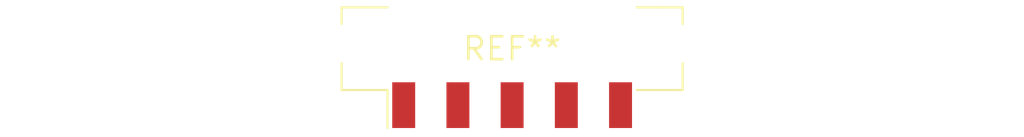
<source format=kicad_pcb>
(kicad_pcb (version 20240108) (generator pcbnew)
  (layers (0 "F.Cu" signal) (31 "B.Cu" signal) (34 "B.Paste" user) (35 "F.Paste" user) (36 "B.SilkS" user "B.Silkscreen") (37 "F.SilkS" user "F.Silkscreen") (38 "B.Mask" user) (39 "F.Mask" user) (44 "Edge.Cuts" user))
  (net 0 "")
  (footprint "Molex_Micro-Fit_3.0_43650-0521_1x05_P3.00mm_Vertical" (layer "F.Cu") (at 0 0)
    (property "Reference" "REF**")
    (property "Value" "Molex_Micro-Fit_3.0_43650-0521_1x05_P3.00mm_Vertical")
    (fp_line (start -9.435 -2.295) (end -8.015 -2.295) (layer "F.SilkS") (stroke (width 0.12)))
    (fp_line (start -9.435 -1.37) (end -9.435 -2.295) (layer "F.SilkS") (stroke (width 0.12)))
    (fp_line (start -9.435 0.8) (end -9.435 2.295) (layer "F.SilkS") (stroke (width 0.12)))
    (fp_line (start -9.435 2.295) (end -6.895 2.295) (layer "F.SilkS") (stroke (width 0.12)))
    (fp_line (start -8.015 -2.295) (end -8.015 -2.295) (layer "F.SilkS") (stroke (width 0.12)))
    (fp_line (start -8.015 -2.295) (end -6.895 -2.295) (layer "F.SilkS") (stroke (width 0.12)))
    (fp_line (start -6.895 2.295) (end -6.895 4.405) (layer "F.SilkS") (stroke (width 0.12)))
    (fp_line (start 8.015 -2.295) (end 6.895 -2.295) (layer "F.SilkS") (stroke (width 0.12)))
    (fp_line (start 8.015 -2.295) (end 8.015 -2.295) (layer "F.SilkS") (stroke (width 0.12)))
    (fp_line (start 9.435 -2.295) (end 8.015 -2.295) (layer "F.SilkS") (stroke (width 0.12)))
    (fp_line (start 9.435 -1.37) (end 9.435 -2.295) (layer "F.SilkS") (stroke (width 0.12)))
    (fp_line (start 9.435 0.8) (end 9.435 2.295) (layer "F.SilkS") (stroke (width 0.12)))
    (fp_line (start 9.435 2.295) (end 6.895 2.295) (layer "F.SilkS") (stroke (width 0.12)))
    (pad "" np_thru_hole circle (at -8.15 -0.285) (size 2.41 2.41) (drill 2.41) (layers *.Cu *.Mask))
    (pad "" np_thru_hole circle (at 8.15 -0.285) (size 2.41 2.41) (drill 2.41) (layers *.Cu *.Mask))
    (pad "1" smd rect (at -6 3.135) (size 1.27 2.54) (layers "F.Cu" "F.Paste" "F.Mask"))
    (pad "2" smd rect (at -3 3.135) (size 1.27 2.54) (layers "F.Cu" "F.Paste" "F.Mask"))
    (pad "3" smd rect (at 0 3.135) (size 1.27 2.54) (layers "F.Cu" "F.Paste" "F.Mask"))
    (pad "4" smd rect (at 3 3.135) (size 1.27 2.54) (layers "F.Cu" "F.Paste" "F.Mask"))
    (pad "5" smd rect (at 6 3.135) (size 1.27 2.54) (layers "F.Cu" "F.Paste" "F.Mask"))
  )
)
</source>
